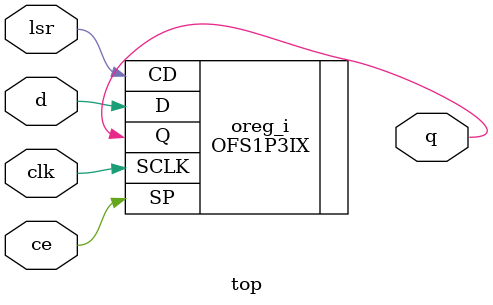
<source format=v>
module top(input clk, ce, lsr, d, output q);
	OFS1P3IX oreg_i (.D(d), .SCLK(clk), .SP(ce), .CD(lsr), 
.Q(q));
endmodule


</source>
